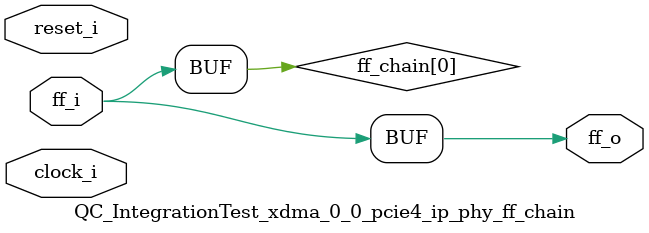
<source format=v>
/*****************************************************************************
** Description:
**    Flop Chain
**
******************************************************************************/

`timescale 1ps/1ps

`define AS_PHYREG(clk, reset, q, d, rstval)  \
   always @(posedge clk or posedge reset) begin \
      if (reset) \
         q  <= #(TCQ)   rstval;  \
      else  \
         q  <= #(TCQ)   d; \
   end

`define PHYREG(clk, reset, q, d, rstval)  \
   always @(posedge clk) begin \
      if (reset) \
         q  <= #(TCQ)   rstval;  \
      else  \
         q  <= #(TCQ)   d; \
   end

(* DowngradeIPIdentifiedWarnings = "yes" *)
module QC_IntegrationTest_xdma_0_0_pcie4_ip_phy_ff_chain #(
   // Parameters
   parameter integer PIPELINE_STAGES   = 0,        // 0 = no pipeline; 1 = 1 stage; 2 = 2 stages; 3 = 3 stages
   parameter         ASYNC             = "FALSE",
   parameter integer FF_WIDTH          = 1,
   parameter integer RST_VAL           = 0,
   parameter integer TCQ               = 1
)  (   
   input  wire                         clock_i,          
   input  wire                         reset_i,           
   input  wire [FF_WIDTH-1:0]          ff_i,            
   output wire [FF_WIDTH-1:0]          ff_o        
   );

   genvar   var_i;

   reg   [FF_WIDTH-1:0]          ff_chain [PIPELINE_STAGES:0];

   always @(*) ff_chain[0] = ff_i;

generate
   if (PIPELINE_STAGES > 0) begin:  with_ff_chain
      for (var_i = 0; var_i < PIPELINE_STAGES; var_i = var_i + 1) begin: ff_chain_gen
         if (ASYNC == "TRUE") begin: async_rst
            `AS_PHYREG(clock_i, reset_i, ff_chain[var_i+1], ff_chain[var_i], RST_VAL)
         end else begin: sync_rst
            `PHYREG(clock_i, reset_i, ff_chain[var_i+1], ff_chain[var_i], RST_VAL)
         end
      end
   end
endgenerate

   assign ff_o = ff_chain[PIPELINE_STAGES];

endmodule

</source>
